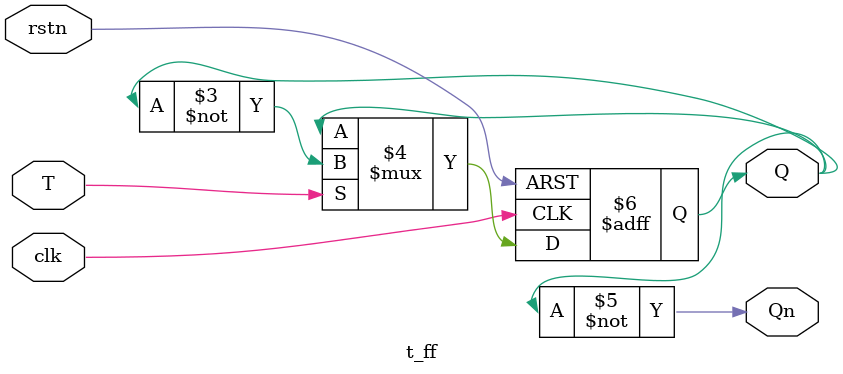
<source format=v>
module q_6_18 (
    input rstn, clk, up, down,
    output [3:0] count,
    output carry,
    output [3:0] T_in
);
    wire [3:0] countn;

    wire T01 = ~up && down;
    wire T02 = up && ~down;
    wire T10 = T01 && countn[0];
    wire T11 = T02 && count[0];
    wire T20 = T10 && countn[1];
    wire T21 = T11 && count[1];
    wire T30 = T20 && countn[2];
    wire T31 = T21 && count[2];
    wire T40 = T30 && countn[3];
    wire T41 = T31 && count[3];

    assign T_in[0] = T01 || T02;
    assign T_in[1] = T10 || T11;
    assign T_in[2] = T20 || T21;
    assign T_in[3] = T30 || T31;

    t_ff tff_A0 (
        .rstn (rstn),
        .clk (clk),
        .T (T_in[0]),
        .Q (count[0]),
        .Qn (countn[0])
    );

    t_ff tff_A1 (
        .rstn (rstn),
        .clk (clk),
        .T (T_in[1]),
        .Q (count[1]),
        .Qn (countn[1])
    );

    t_ff tff_A2 (
        .rstn (rstn),
        .clk (clk),
        .T (T_in[2]),
        .Q (count[2]),
        .Qn (countn[2])
    );

    t_ff tff_A3 (
        .rstn (rstn),
        .clk (clk),
        .T (T_in[3]),
        .Q (count[3]),
        .Qn (countn[3])
    );

    assign carry = T40 || T41;
endmodule

module t_ff (
    input rstn, clk, T,
    output reg Q,
    output Qn
);
    always @ (posedge clk, negedge rstn)
    begin
        if (!rstn)
        begin
            Q <= 1'b0;
        end
        else
        begin
            Q <= T ? ~Q : Q;
        end
    end

    assign Qn = ~Q;
endmodule

</source>
